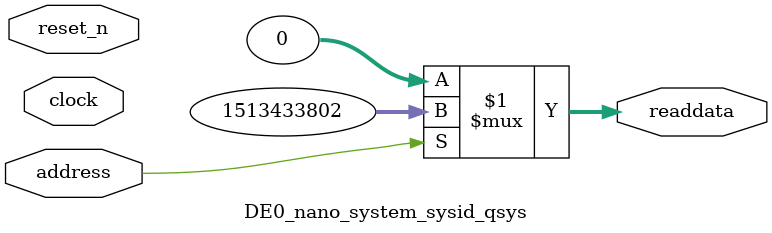
<source format=v>



// synthesis translate_off
`timescale 1ns / 1ps
// synthesis translate_on

// turn off superfluous verilog processor warnings 
// altera message_level Level1 
// altera message_off 10034 10035 10036 10037 10230 10240 10030 

module DE0_nano_system_sysid_qsys (
               // inputs:
                address,
                clock,
                reset_n,

               // outputs:
                readdata
             )
;

  output  [ 31: 0] readdata;
  input            address;
  input            clock;
  input            reset_n;

  wire    [ 31: 0] readdata;
  //control_slave, which is an e_avalon_slave
  assign readdata = address ? 1513433802 : 0;

endmodule



</source>
